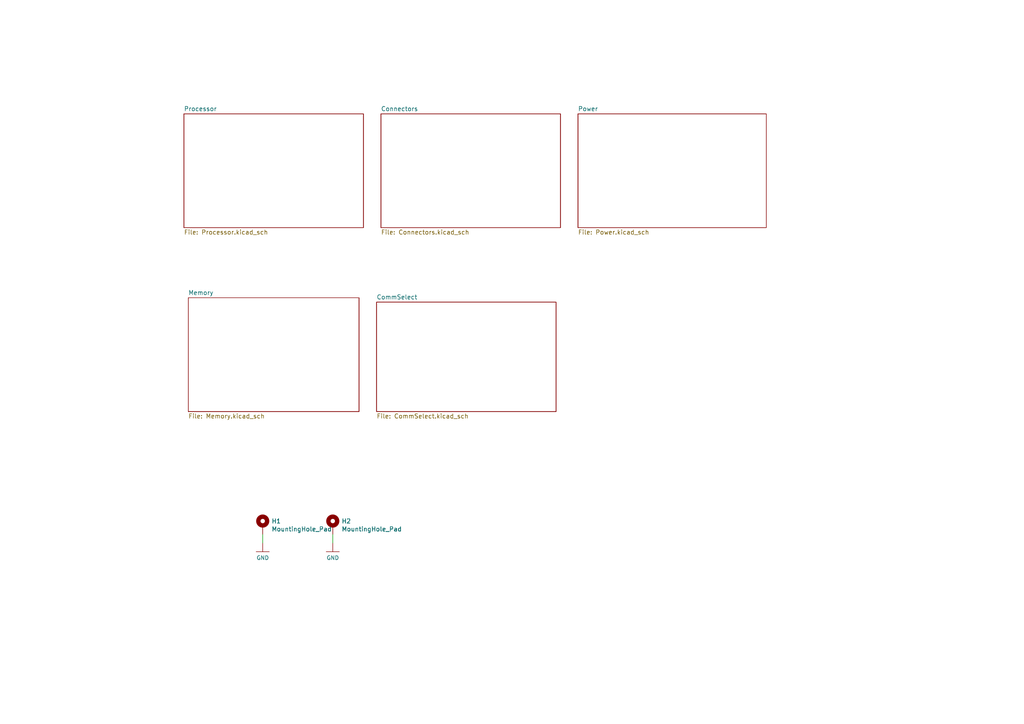
<source format=kicad_sch>
(kicad_sch (version 20230121) (generator eeschema)
  (paper "A4")
  (lib_symbols
    (symbol "CellLight-rescue:GND-SparkFun-PowerSymbols" (power) (pin_numbers hide) (pin_names (offset 1.016) hide)
      (property "Value" "GND-SparkFun-PowerSymbols" (at -1.778 -5.08 0))
      (symbol "GND-SparkFun-PowerSymbols_1_0"
        (polyline (pts (xy -1.905 -2.54) (xy 1.905 -2.54)))
        (polyline (pts (xy 0 0) (xy 0 -2.54)))
      )
      (symbol "GND-SparkFun-PowerSymbols_1_1"
        (pin power_in line (at 0 0 270) (length 0) hide (name "GND") (number "~"))
      )
    )
    (symbol "Mechanical:MountingHole_Pad" (pin_numbers hide) (pin_names (offset 1.016) hide)
      (property "Reference" "H" (at 0 6.35 0))
      (property "Value" "MountingHole_Pad" (at 0 4.445 0))
      (symbol "MountingHole_Pad_0_1"
        (circle (center 0 1.27) (radius 1.27) (stroke (width 1.27)))
      )
      (symbol "MountingHole_Pad_1_1"
        (pin input line (at 0 -2.54 90) (length 2.54) (name "1") (number "1"))
      )
    )
  )
  (wire (pts (xy 76.2 154.94) (xy 76.2 157.48)))
  (wire (pts (xy 96.52 154.94) (xy 96.52 157.48)))
  (symbol (lib_id "Mechanical:MountingHole_Pad") (at 76.2 152.4 0) (unit 1)
    (property "Reference" "H1" (at 78.74 151.1554 0) (effects (justify left)))
    (property "Value" "MountingHole_Pad" (at 78.74 153.4668 0) (effects (justify left)))
    (property "Footprint" "MountingHole:MountingHole_2.7mm_M2.5_Pad" (effects hide))
  )
  (symbol (lib_id "Mechanical:MountingHole_Pad") (at 96.52 152.4 0) (unit 1)
    (property "Reference" "H2" (at 99.06 151.1554 0) (effects (justify left)))
    (property "Value" "MountingHole_Pad" (at 99.06 153.4668 0) (effects (justify left)))
    (property "Footprint" "MountingHole:MountingHole_2.7mm_M2.5_Pad" (effects hide))
  )
  (symbol (lib_id "CellLight-rescue:GND-SparkFun-PowerSymbols") (at 76.2 157.48 0) (unit 1)
    (property "Reference" "#GND01" (effects hide))
    (property "Value" "GND" (at 76.2 161.798 0) (effects (font (size 1.143 1.143))))
  )
  (symbol (lib_id "CellLight-rescue:GND-SparkFun-PowerSymbols") (at 96.52 157.48 0) (unit 1)
    (property "Reference" "#GND02" (effects hide))
    (property "Value" "GND" (at 96.52 161.798 0) (effects (font (size 1.143 1.143))))
  )
  (sheet (at 53.34 33.02) (size 52.07 33.02)
    (property "Sheetname" "Processor" (at 53.34 32.3084 0) (effects (justify left bottom)))
    (property "Sheetfile" "Processor.kicad_sch" (at 53.34 66.6246 0) (effects (justify left top)))
  )
  (sheet (at 110.49 33.02) (size 52.07 33.02)
    (property "Sheetname" "Connectors" (at 110.49 32.3084 0) (effects (justify left bottom)))
    (property "Sheetfile" "Connectors.kicad_sch" (at 110.49 66.6246 0) (effects (justify left top)))
  )
  (sheet (at 109.22 87.63) (size 52.07 31.75)
    (property "Sheetname" "CommSelect" (at 109.22 86.9184 0) (effects (justify left bottom)))
    (property "Sheetfile" "CommSelect.kicad_sch" (at 109.22 119.9646 0) (effects (justify left top)))
  )
  (sheet (at 54.61 86.36) (size 49.53 33.02)
    (property "Sheetname" "Memory" (at 54.61 85.6484 0) (effects (justify left bottom)))
    (property "Sheetfile" "Memory.kicad_sch" (at 54.61 119.9646 0) (effects (justify left top)))
  )
  (sheet (at 167.64 33.02) (size 54.61 33.02)
    (property "Sheetname" "Power" (at 167.64 32.3084 0) (effects (justify left bottom)))
    (property "Sheetfile" "Power.kicad_sch" (at 167.64 66.6246 0) (effects (justify left top)))
  )
)
</source>
